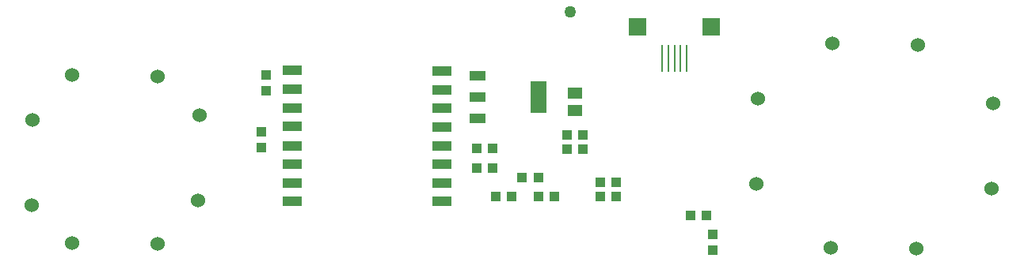
<source format=gtp>
%FSLAX25Y25*%
%MOIN*%
G70*
G01*
G75*
G04 Layer_Color=8421504*
%ADD10R,0.04331X0.03937*%
%ADD11R,0.03937X0.04331*%
%ADD12C,0.06000*%
%ADD13R,0.05906X0.05118*%
%ADD14R,0.06890X0.13583*%
%ADD15R,0.06890X0.04331*%
%ADD16R,0.06890X0.04331*%
%ADD17R,0.07480X0.07480*%
%ADD18R,0.00984X0.11811*%
%ADD19R,0.07874X0.03937*%
%ADD20C,0.05000*%
%ADD21C,0.01000*%
%ADD22C,0.01969*%
%ADD23C,0.01181*%
%ADD24C,0.04724*%
%ADD25R,0.05000X0.05000*%
%ADD26C,0.02500*%
%ADD27R,0.05000X0.04724*%
%ADD28C,0.02756*%
%ADD29R,0.03937X0.11811*%
%ADD30O,0.09843X0.02756*%
%ADD31R,0.11811X0.03937*%
%ADD32R,0.03937X0.03740*%
%ADD33R,0.03740X0.03937*%
%ADD34R,0.05709X0.02165*%
%ADD35R,0.05709X0.02165*%
%ADD36C,0.00984*%
%ADD37C,0.00787*%
%ADD38C,0.00500*%
D10*
X415346Y264000D02*
D03*
X408654D02*
D03*
X318654Y284000D02*
D03*
X325346D02*
D03*
X344605Y280000D02*
D03*
X337912D02*
D03*
X363346Y292000D02*
D03*
X356654D02*
D03*
Y298000D02*
D03*
X363346D02*
D03*
X326654Y272000D02*
D03*
X333346D02*
D03*
X351346D02*
D03*
X344654D02*
D03*
X325281Y292251D02*
D03*
X318588D02*
D03*
X370654Y272000D02*
D03*
X377346D02*
D03*
X370654Y278000D02*
D03*
X377346D02*
D03*
D11*
X418000Y256000D02*
D03*
Y249307D02*
D03*
X228000Y292654D02*
D03*
Y299346D02*
D03*
X230000Y316654D02*
D03*
Y323346D02*
D03*
D12*
X184350Y322835D02*
D03*
X148350Y323335D02*
D03*
X202075Y306500D02*
D03*
X201575Y270500D02*
D03*
X131350Y268500D02*
D03*
X131850Y304500D02*
D03*
X148350Y252469D02*
D03*
X184350Y251969D02*
D03*
X468500Y336614D02*
D03*
X504500Y336114D02*
D03*
X436508Y277500D02*
D03*
X437008Y313500D02*
D03*
X536000Y311500D02*
D03*
X535500Y275500D02*
D03*
X467720Y250500D02*
D03*
X503720Y250000D02*
D03*
D13*
X360000Y315740D02*
D03*
Y308260D02*
D03*
D14*
X344894Y314000D02*
D03*
D15*
X319106Y304945D02*
D03*
Y314000D02*
D03*
D16*
Y323055D02*
D03*
D17*
X386449Y343535D02*
D03*
X417551D02*
D03*
D18*
X396882Y330315D02*
D03*
X399441D02*
D03*
X402000D02*
D03*
X404559D02*
D03*
X407118D02*
D03*
D19*
X304000Y325079D02*
D03*
X241008Y325236D02*
D03*
Y317205D02*
D03*
Y309488D02*
D03*
Y301535D02*
D03*
Y293425D02*
D03*
Y285630D02*
D03*
Y277677D02*
D03*
Y269882D02*
D03*
X304000Y270000D02*
D03*
Y277756D02*
D03*
Y285630D02*
D03*
Y293386D02*
D03*
Y301417D02*
D03*
Y309331D02*
D03*
Y317165D02*
D03*
D20*
X358000Y350000D02*
D03*
M02*

</source>
